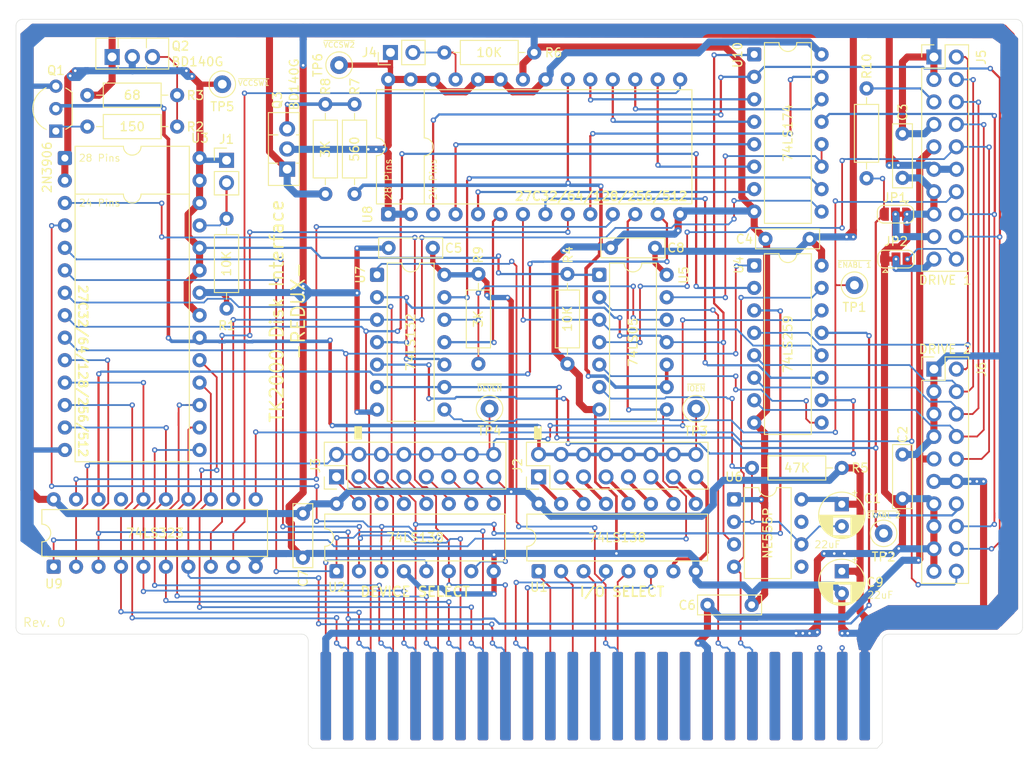
<source format=kicad_pcb>
(kicad_pcb
	(version 20241229)
	(generator "pcbnew")
	(generator_version "9.0")
	(general
		(thickness 1.6)
		(legacy_teardrops no)
	)
	(paper "A4")
	(layers
		(0 "F.Cu" signal)
		(2 "B.Cu" signal)
		(9 "F.Adhes" user "F.Adhesive")
		(11 "B.Adhes" user "B.Adhesive")
		(13 "F.Paste" user)
		(15 "B.Paste" user)
		(5 "F.SilkS" user "F.Silkscreen")
		(7 "B.SilkS" user "B.Silkscreen")
		(1 "F.Mask" user)
		(3 "B.Mask" user)
		(17 "Dwgs.User" user "User.Drawings")
		(19 "Cmts.User" user "User.Comments")
		(21 "Eco1.User" user "User.Eco1")
		(23 "Eco2.User" user "User.Eco2")
		(25 "Edge.Cuts" user)
		(27 "Margin" user)
		(31 "F.CrtYd" user "F.Courtyard")
		(29 "B.CrtYd" user "B.Courtyard")
		(35 "F.Fab" user)
		(33 "B.Fab" user)
		(39 "User.1" user)
		(41 "User.2" user)
		(43 "User.3" user)
		(45 "User.4" user)
	)
	(setup
		(pad_to_mask_clearance 0)
		(allow_soldermask_bridges_in_footprints no)
		(tenting front back)
		(pcbplotparams
			(layerselection 0x00000000_00000000_55555555_5755f5ff)
			(plot_on_all_layers_selection 0x00000000_00000000_00000000_00000000)
			(disableapertmacros no)
			(usegerberextensions no)
			(usegerberattributes yes)
			(usegerberadvancedattributes yes)
			(creategerberjobfile yes)
			(dashed_line_dash_ratio 12.000000)
			(dashed_line_gap_ratio 3.000000)
			(svgprecision 4)
			(plotframeref no)
			(mode 1)
			(useauxorigin no)
			(hpglpennumber 1)
			(hpglpenspeed 20)
			(hpglpendiameter 15.000000)
			(pdf_front_fp_property_popups yes)
			(pdf_back_fp_property_popups yes)
			(pdf_metadata yes)
			(pdf_single_document no)
			(dxfpolygonmode yes)
			(dxfimperialunits yes)
			(dxfusepcbnewfont yes)
			(psnegative no)
			(psa4output no)
			(plot_black_and_white yes)
			(sketchpadsonfab no)
			(plotpadnumbers no)
			(hidednponfab no)
			(sketchdnponfab yes)
			(crossoutdnponfab yes)
			(subtractmaskfromsilk no)
			(outputformat 1)
			(mirror no)
			(drillshape 0)
			(scaleselection 1)
			(outputdirectory "gerbers/")
		)
	)
	(net 0 "")
	(net 1 "-12V")
	(net 2 "GND")
	(net 3 "+5V")
	(net 4 "Net-(U6-THR)")
	(net 5 "+12V")
	(net 6 "Net-(J1-Pin_2)")
	(net 7 "~{IOSEL}")
	(net 8 "Net-(J2-Pin_5)")
	(net 9 "Net-(J2-Pin_7)")
	(net 10 "/VCC_SWITCHED_1")
	(net 11 "Net-(J2-Pin_15)")
	(net 12 "Net-(J2-Pin_3)")
	(net 13 "Net-(J2-Pin_9)")
	(net 14 "Net-(J2-Pin_11)")
	(net 15 "Net-(J2-Pin_13)")
	(net 16 "Net-(J2-Pin_1)")
	(net 17 "Net-(J3-Pin_11)")
	(net 18 "Net-(J3-Pin_5)")
	(net 19 "Net-(J3-Pin_7)")
	(net 20 "Net-(J3-Pin_9)")
	(net 21 "Net-(J3-Pin_1)")
	(net 22 "Net-(J3-Pin_13)")
	(net 23 "Net-(J3-Pin_15)")
	(net 24 "Net-(J3-Pin_3)")
	(net 25 "Net-(J4-Pin_2)")
	(net 26 "/PH1")
	(net 27 "/PH0")
	(net 28 "/WR DATA")
	(net 29 "/W PROT")
	(net 30 "/RD DATA")
	(net 31 "/PH2")
	(net 32 "/PH3")
	(net 33 "Net-(J5-Pin_17)")
	(net 34 "/WR REQ")
	(net 35 "Net-(J5-Pin_19)")
	(net 36 "/~{ENBL 1}")
	(net 37 "Net-(J5-Pin_5)")
	(net 38 "/~{ENBL 2}")
	(net 39 "A12")
	(net 40 "D0")
	(net 41 "A10")
	(net 42 "A3")
	(net 43 "A14")
	(net 44 "D3")
	(net 45 "unconnected-(P1-Pin_40-Pad40)")
	(net 46 "2M")
	(net 47 "~{RESET}")
	(net 48 "unconnected-(P1-Pin_30-Pad30)")
	(net 49 "A4")
	(net 50 "~{EXTC}")
	(net 51 "unconnected-(P1-Pin_18-Pad18)")
	(net 52 "unconnected-(P1-Pin_38-Pad38)")
	(net 53 "D1")
	(net 54 "unconnected-(P1-Pin_29-Pad29)")
	(net 55 "A0")
	(net 56 "A15")
	(net 57 "D6")
	(net 58 "unconnected-(P1-Pin_36-Pad36)")
	(net 59 "A5")
	(net 60 "unconnected-(P1-Pin_22-Pad22)")
	(net 61 "~{EXTE}")
	(net 62 "Net-(P1-Pin_24)")
	(net 63 "~{EXT8}")
	(net 64 "unconnected-(P1-Pin_34-Pad34)")
	(net 65 "A8")
	(net 66 "D2")
	(net 67 "A2")
	(net 68 "D7")
	(net 69 "A7")
	(net 70 "Net-(P1-Pin_23)")
	(net 71 "A6")
	(net 72 "unconnected-(P1-Pin_21-Pad21)")
	(net 73 "~{EXT_MEM}")
	(net 74 "D4")
	(net 75 "D5")
	(net 76 "A9")
	(net 77 "A13")
	(net 78 "A11")
	(net 79 "unconnected-(P1-Pin_39-Pad39)")
	(net 80 "~{EXT6}")
	(net 81 "A1")
	(net 82 "Net-(Q1-E)")
	(net 83 "Net-(Q2-B)")
	(net 84 "Net-(Q3-B)")
	(net 85 "Net-(U8-~{CE})")
	(net 86 "Net-(R9-Pad2)")
	(net 87 "Net-(U4-Q6)")
	(net 88 "Net-(U4-Q5)")
	(net 89 "Net-(U4-Q7)")
	(net 90 "Net-(U4-Q4)")
	(net 91 "Net-(U10-D3)")
	(net 92 "Net-(U8-D1)")
	(net 93 "Net-(U10-~{Mr})")
	(net 94 "Net-(U8-A4)")
	(net 95 "Net-(U10-Q3)")
	(net 96 "Net-(U10-Cp)")
	(net 97 "Net-(U8-D3)")
	(net 98 "Net-(U10-Q5)")
	(net 99 "Net-(U10-Q2)")
	(net 100 "Net-(U8-A1)")
	(net 101 "Net-(U10-D2)")
	(net 102 "Net-(U8-D0)")
	(net 103 "Net-(U10-Q1)")
	(net 104 "unconnected-(U6-DIS-Pad7)")
	(net 105 "Net-(U10-D0)")
	(net 106 "unconnected-(U6-CV-Pad5)")
	(net 107 "Net-(U10-D5)")
	(net 108 "Net-(U8-D2)")
	(net 109 "Net-(U10-D1)")
	(net 110 "unconnected-(U9-Q7-Pad17)")
	(net 111 "/VCC_SWITCHED_2")
	(net 112 "/~{IOEN}")
	(net 113 "/~{DEVEN}")
	(footprint "Connector_PinHeader_2.54mm:PinHeader_1x02_P2.54mm_Vertical" (layer "F.Cu") (at 69.565185 66.517185))
	(footprint "TestPoint:TestPoint_Loop_D1.80mm_Drill1.0mm_Beaded" (layer "F.Cu") (at 122.682 94.615))
	(footprint "Capacitor_THT:C_Rect_L7.0mm_W2.0mm_P5.00mm" (layer "F.Cu") (at 118.034185 76.423185 180))
	(footprint "Resistor_THT:R_Axial_DIN0207_L6.3mm_D2.5mm_P10.16mm_Horizontal" (layer "F.Cu") (at 94.203185 54.325185))
	(footprint "TestPoint:TestPoint_Loop_D1.80mm_Drill1.0mm_Beaded" (layer "F.Cu") (at 82.296 55.753))
	(footprint "Connector_PinHeader_2.54mm:PinHeader_1x02_P2.54mm_Vertical" (layer "F.Cu") (at 88.107185 54.325185 90))
	(footprint "Capacitor_THT:CP_Radial_D5.0mm_P2.50mm" (layer "F.Cu") (at 139.161185 112.999185 -90))
	(footprint "Resistor_THT:R_Axial_DIN0207_L6.3mm_D2.5mm_P10.16mm_Horizontal" (layer "F.Cu") (at 84.043185 60.167185 -90))
	(footprint "Capacitor_THT:C_Rect_L7.0mm_W2.0mm_P5.00mm" (layer "F.Cu") (at 146.019185 104.791185 90))
	(footprint "TestPoint:TestPoint_Loop_D1.80mm_Drill1.0mm_Beaded" (layer "F.Cu") (at 99.314 94.615))
	(footprint "Package_DIP:DIP-16_W7.62mm" (layer "F.Cu") (at 129.250185 54.539185))
	(footprint "Package_DIP:DIP-16_W7.62mm" (layer "F.Cu") (at 82.006185 112.994185 90))
	(footprint "Package_TO_SOT_THT:TO-92_Inline_Wide" (layer "F.Cu") (at 50.261185 63.215185 90))
	(footprint "Resistor_THT:R_Axial_DIN0207_L6.3mm_D2.5mm_P10.16mm_Horizontal" (layer "F.Cu") (at 141.955185 68.549185 90))
	(footprint "Capacitor_THT:CP_Radial_D5.0mm_P2.50mm" (layer "F.Cu") (at 139.156185 105.419185 -90))
	(footprint "Resistor_THT:R_Axial_DIN0207_L6.3mm_D2.5mm_P10.16mm_Horizontal" (layer "F.Cu") (at 53.817185 59.151185))
	(footprint "Package_DIP:DIP-16_W7.62mm" (layer "F.Cu") (at 104.866185 112.999185 90))
	(footprint "TK2000:DIP-28-24_W15.24mm" (layer "F.Cu") (at 87.853185 72.613185 90))
	(footprint "Package_DIP:DIP-14_W7.62mm" (layer "F.Cu") (at 111.729185 79.471185))
	(footprint "Resistor_THT:R_Axial_DIN0207_L6.3mm_D2.5mm_P10.16mm_Horizontal" (layer "F.Cu") (at 69.565185 73.121185 -90))
	(footprint "TestPoint:TestPoint_Loop_D1.80mm_Drill1.0mm_Beaded" (layer "F.Cu") (at 140.589 80.645))
	(footprint "Capacitor_THT:C_Rect_L7.0mm_W2.0mm_P5.00mm" (layer "F.Cu") (at 146.019185 68.509185 90))
	(footprint "Jumper:SolderJumper-3_P1.3mm_Bridged12_RoundedPad1.0x1.5mm" (layer "F.Cu") (at 145.287185 77.693185))
	(footprint "Resistor_THT:R_Axial_DIN0207_L6.3mm_D2.5mm_P10.16mm_Horizontal" (layer "F.Cu") (at 98.053185 79.382185 -90))
	(footprint "TK2000:DIP-28-24_W15.24mm" (layer "F.Cu") (at 51.277185 66.263185))
	(footprint "Capacitor_THT:C_Rect_L7.0mm_W2.0mm_P5.00mm" (layer "F.Cu") (at 135.525185 75.407185 180))
	(footprint "Capacitor_THT:C_Rect_L7.0mm_W2.0mm_P5.00mm" (layer "F.Cu") (at 78.201185 106.475185 -90))
	(footprint "Capacitor_THT:C_Rect_L7.0mm_W2.0mm_P5.00mm" (layer "F.Cu") (at 92.893185 76.428185 180))
	(footprint "Package_TO_SOT_THT:TO-126-3_Vertical"
		(layer "F.Cu")
		(uuid "96b5f131-26b1-4fdf-8a38-fc9de87cbcb0")
		(at 56.623185 54.833185)
		(descr "TO-126-3, Vertical, RM 2.28mm, see https://www.diodes.com/assets/Packag
... [384810 chars truncated]
</source>
